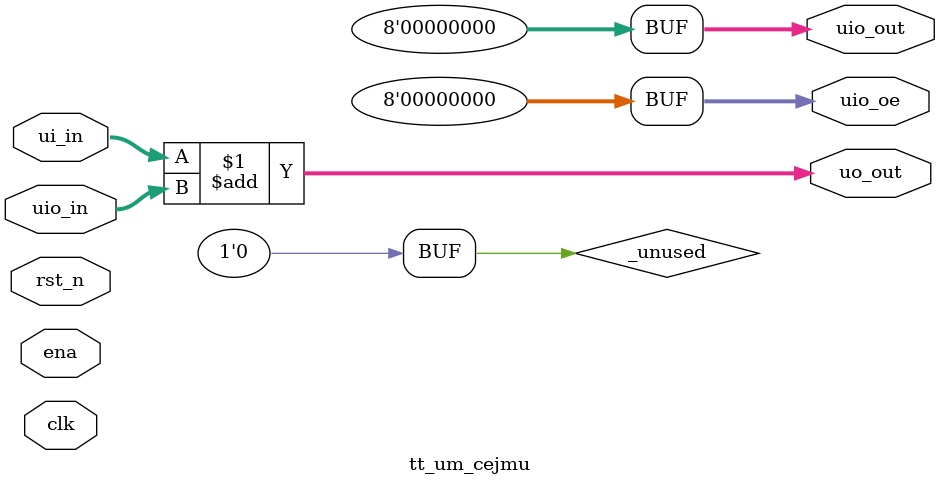
<source format=v>
/*
 * Copyright (c) 2024 Your Name
 * SPDX-License-Identifier: Apache-2.0
 */

`default_nettype none

module tt_um_cejmu (
    input  wire [7:0] ui_in,    // Dedicated inputs
    output wire [7:0] uo_out,   // Dedicated outputs
    input  wire [7:0] uio_in,   // IOs: Input path
    output wire [7:0] uio_out,  // IOs: Output path
    output wire [7:0] uio_oe,   // IOs: Enable path (active high: 0=input, 1=output)
    input  wire       ena,      // always 1 when the design is powered, so you can ignore it
    input  wire       clk,      // clock
    input  wire       rst_n     // reset_n - low to reset
);

  // All output pins must be assigned. If not used, assign to 0.
  assign uo_out  = ui_in + uio_in;  // Example: ou_out is the sum of ui_in and uio_in
  assign uio_out = 0;
  assign uio_oe  = 0;

  // List all unused inputs to prevent warnings
  wire _unused = &{ena, clk, rst_n, 1'b0};

endmodule

</source>
